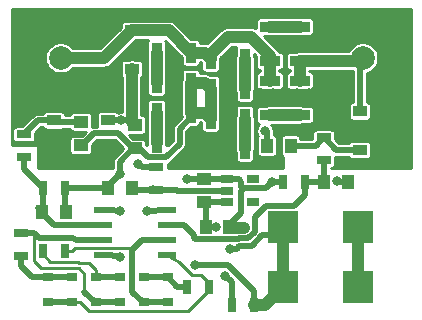
<source format=gtl>
G04 #@! TF.GenerationSoftware,KiCad,Pcbnew,5.1.5+dfsg1-2*
G04 #@! TF.CreationDate,2020-03-14T19:30:29+01:00*
G04 #@! TF.ProjectId,BlinkySWR-0.2-S,426c696e-6b79-4535-9752-2d302e322d53,rev?*
G04 #@! TF.SameCoordinates,Original*
G04 #@! TF.FileFunction,Copper,L1,Top*
G04 #@! TF.FilePolarity,Positive*
%FSLAX46Y46*%
G04 Gerber Fmt 4.6, Leading zero omitted, Abs format (unit mm)*
G04 Created by KiCad (PCBNEW 5.1.5+dfsg1-2) date 2020-03-14 19:30:29*
%MOMM*%
%LPD*%
G04 APERTURE LIST*
%ADD10R,1.700000X0.900000*%
%ADD11R,0.900000X1.700000*%
%ADD12R,1.550000X0.600000*%
%ADD13R,2.550000X2.700000*%
%ADD14C,2.500000*%
%ADD15C,2.000000*%
%ADD16R,1.000000X1.250000*%
%ADD17R,0.900000X0.800000*%
%ADD18R,1.060000X0.650000*%
%ADD19R,0.700000X1.300000*%
%ADD20R,1.300000X0.700000*%
%ADD21R,1.220000X0.910000*%
%ADD22R,1.250000X1.000000*%
%ADD23C,0.800000*%
%ADD24C,0.500000*%
%ADD25C,1.000000*%
%ADD26C,0.250000*%
%ADD27C,0.254000*%
G04 APERTURE END LIST*
D10*
X29210000Y13642000D03*
X29210000Y10742000D03*
X29210000Y6170000D03*
X29210000Y9070000D03*
D11*
X27104000Y5842000D03*
X24204000Y5842000D03*
X19632000Y11430000D03*
X22532000Y11430000D03*
X19632000Y6350000D03*
X22532000Y6350000D03*
X27104000Y10922000D03*
X24204000Y10922000D03*
D12*
X20480000Y-1919000D03*
X20480000Y-3189000D03*
X20480000Y-4459000D03*
X20480000Y-5729000D03*
X15080000Y-5729000D03*
X15080000Y-4459000D03*
X15080000Y-3189000D03*
X15080000Y-1919000D03*
D13*
X30353000Y-8382000D03*
X36703000Y-8382000D03*
X30353000Y-3302000D03*
X36703000Y-3302000D03*
D14*
X39624000Y8460000D03*
X34544000Y8460000D03*
X39624000Y13540000D03*
X34544000Y13540000D03*
D15*
X37084000Y11000000D03*
D14*
X8960000Y13540000D03*
X14040000Y13540000D03*
X8960000Y8460000D03*
X14040000Y8460000D03*
D15*
X11500000Y11000000D03*
D16*
X23778000Y-3302000D03*
X25778000Y-3302000D03*
D10*
X31750000Y10742000D03*
X31750000Y13642000D03*
X31750000Y9070000D03*
X31750000Y6170000D03*
D11*
X24204000Y3302000D03*
X27104000Y3302000D03*
X19632000Y8890000D03*
X22532000Y8890000D03*
X27104000Y8382000D03*
X24204000Y8382000D03*
X22532000Y3810000D03*
X19632000Y3810000D03*
D17*
X20570000Y-7600000D03*
X20570000Y-9700000D03*
X18538000Y-9700000D03*
X18538000Y-7600000D03*
X16506000Y-7600000D03*
X16506000Y-9700000D03*
X14474000Y-9700000D03*
X14474000Y-7600000D03*
X12442000Y-7600000D03*
X12442000Y-9700000D03*
X10410000Y-9700000D03*
X10410000Y-7600000D03*
D18*
X27774000Y710000D03*
X27774000Y-1190000D03*
X25574000Y-1190000D03*
X25574000Y-240000D03*
X25574000Y710000D03*
D19*
X30292000Y508000D03*
X32192000Y508000D03*
D20*
X33782000Y2352000D03*
X33782000Y4252000D03*
D19*
X27874000Y-9906000D03*
X25974000Y-9906000D03*
X11872000Y0D03*
X9972000Y0D03*
D20*
X8382000Y2606000D03*
X8382000Y4506000D03*
X19558000Y1712000D03*
X19558000Y-188000D03*
D19*
X22164000Y-8382000D03*
X24064000Y-8382000D03*
X9972000Y-5334000D03*
X11872000Y-5334000D03*
D20*
X8128000Y-5776000D03*
X8128000Y-3876000D03*
D21*
X36830000Y6461000D03*
X36830000Y3191000D03*
X15494000Y2429000D03*
X15494000Y5699000D03*
X17526000Y13319000D03*
X17526000Y10049000D03*
X10922000Y5699000D03*
X10922000Y2429000D03*
D16*
X33798000Y508000D03*
X35798000Y508000D03*
X28972000Y3556000D03*
X30972000Y3556000D03*
X9922000Y-2032000D03*
X11922000Y-2032000D03*
D22*
X13208000Y5572000D03*
X13208000Y3572000D03*
X17780000Y5318000D03*
X17780000Y3318000D03*
D16*
X17510000Y0D03*
X15510000Y0D03*
D22*
X23626000Y-1240000D03*
X23626000Y760000D03*
D23*
X24677998Y-3327400D03*
X22860000Y-6527800D03*
X25831800Y-5181600D03*
X18796000Y-1955800D03*
X27025600Y-3378200D03*
X22199600Y762000D03*
X16510000Y1125000D03*
X34874200Y533400D03*
X29442000Y508000D03*
X36703000Y-5765800D03*
X16560800Y-5842000D03*
X28803600Y4826000D03*
X23241000Y6350000D03*
X18034000Y2032000D03*
X16653000Y5699000D03*
X25435635Y-7449021D03*
X16560800Y-1981200D03*
X11508000Y3484000D03*
X10508000Y3484000D03*
X12508000Y1984000D03*
X13508000Y1984000D03*
X15008000Y3484000D03*
X16008000Y3484000D03*
X11000000Y14000000D03*
X12000000Y14000000D03*
X8500000Y11500000D03*
X8500000Y10500000D03*
X11000000Y8000000D03*
X12000000Y8000000D03*
X16000000Y9500000D03*
X17500000Y11500000D03*
X18500000Y11500000D03*
X17000000Y14500000D03*
X16000000Y14500000D03*
X18000000Y14500000D03*
X19000000Y14500000D03*
X20000000Y14500000D03*
X21000000Y14500000D03*
X22000000Y14000000D03*
X21000000Y11000000D03*
X21000000Y9500000D03*
X21000000Y8000000D03*
X21000000Y6500000D03*
X27500000Y14000000D03*
X26500000Y14000000D03*
X25500000Y14000000D03*
X24500000Y13500000D03*
X23500000Y13000000D03*
X30500000Y12000000D03*
X31500000Y12000000D03*
X32500000Y12000000D03*
X33500000Y12000000D03*
X29500000Y12500000D03*
X36500000Y13000000D03*
X37500000Y13000000D03*
X39000000Y11500000D03*
X39000000Y10500000D03*
X32500000Y8000000D03*
X31500000Y8000000D03*
X30500000Y8000000D03*
X29500000Y8000000D03*
X28500000Y8000000D03*
X26000000Y11500000D03*
X25500000Y10500000D03*
X25500000Y9500000D03*
X25500000Y8500000D03*
X25500000Y7500000D03*
X22707600Y13436600D03*
D24*
X23676000Y-1190000D02*
X23626000Y-1240000D01*
X25574000Y-1190000D02*
X23676000Y-1190000D01*
X23778000Y-1392000D02*
X23626000Y-1240000D01*
X23778000Y-3302000D02*
X23778000Y-1392000D01*
X23803400Y-3327400D02*
X23778000Y-3302000D01*
X24677998Y-3327400D02*
X23803400Y-3327400D01*
D25*
X30353000Y-3302000D02*
X30353000Y-8382000D01*
X28829000Y-9906000D02*
X30353000Y-8382000D01*
X27874000Y-9906000D02*
X28829000Y-9906000D01*
D24*
X25645800Y-6527800D02*
X23425685Y-6527800D01*
X23425685Y-6527800D02*
X22860000Y-6527800D01*
X27874000Y-8756000D02*
X25645800Y-6527800D01*
X27874000Y-9906000D02*
X27874000Y-8756000D01*
X26397485Y-5181600D02*
X25831800Y-5181600D01*
X30353000Y-3302000D02*
X29634761Y-4020239D01*
X26602073Y-4977012D02*
X26397485Y-5181600D01*
X28575621Y-4020239D02*
X27667639Y-4928221D01*
X29634761Y-4020239D02*
X28575621Y-4020239D01*
X27667639Y-4928221D02*
X26916035Y-4928221D01*
X26916035Y-4928221D02*
X26867244Y-4977012D01*
X26867244Y-4977012D02*
X26602073Y-4977012D01*
X18796000Y-1955800D02*
X20480000Y-1919000D01*
X26793999Y520001D02*
X26793999Y24999D01*
X25574000Y710000D02*
X26604000Y710000D01*
X26604000Y710000D02*
X26793999Y520001D01*
X25524000Y760000D02*
X25574000Y710000D01*
X23626000Y760000D02*
X25524000Y760000D01*
X26793999Y-282401D02*
X26947699Y-128701D01*
X26793999Y-2161001D02*
X26793999Y-282401D01*
X25778000Y-3177000D02*
X26793999Y-2161001D01*
X25778000Y-3302000D02*
X25778000Y-3177000D01*
X26793999Y24999D02*
X26947699Y-128701D01*
D25*
X25854200Y-3378200D02*
X25778000Y-3302000D01*
X27025600Y-3378200D02*
X25854200Y-3378200D01*
D24*
X29442000Y508000D02*
X30292000Y508000D01*
X28868999Y-65001D02*
X29442000Y508000D01*
X26883999Y-65001D02*
X28868999Y-65001D01*
X26793999Y24999D02*
X26883999Y-65001D01*
X11872000Y0D02*
X15510000Y0D01*
X11872000Y-1982000D02*
X11922000Y-2032000D01*
X11872000Y0D02*
X11872000Y-1982000D01*
X22201600Y760000D02*
X22199600Y762000D01*
X23626000Y760000D02*
X22201600Y760000D01*
X16510000Y1125000D02*
X15510000Y125000D01*
X15510000Y125000D02*
X15510000Y0D01*
X35798000Y508000D02*
X34899600Y508000D01*
X34899600Y508000D02*
X34874200Y533400D01*
D25*
X36703000Y-3302000D02*
X36703000Y-5765800D01*
X36703000Y-5765800D02*
X36703000Y-8382000D01*
D24*
X15685800Y-5729000D02*
X15080000Y-5729000D01*
X16560800Y-5842000D02*
X15685800Y-5729000D01*
X16510000Y2173000D02*
X17655000Y3318000D01*
X16510000Y1125000D02*
X16510000Y2173000D01*
X14358400Y4597400D02*
X16179800Y4597400D01*
X13208000Y3572000D02*
X13333000Y3572000D01*
X13333000Y3572000D02*
X14358400Y4597400D01*
X17655000Y3318000D02*
X17780000Y3318000D01*
X16375600Y4597400D02*
X17655000Y3318000D01*
X16179800Y4597400D02*
X16375600Y4597400D01*
D25*
X22532000Y8890000D02*
X22532000Y6350000D01*
X23696000Y8890000D02*
X24204000Y8382000D01*
X22532000Y8890000D02*
X23696000Y8890000D01*
X23696000Y6350000D02*
X24204000Y5842000D01*
X22532000Y6350000D02*
X23696000Y6350000D01*
D24*
X21582000Y5000000D02*
X22532000Y5950000D01*
X22532000Y5950000D02*
X22532000Y6350000D01*
X21582000Y3739998D02*
X21582000Y5000000D01*
X20402001Y2559999D02*
X21582000Y3739998D01*
X18861999Y2559999D02*
X20402001Y2559999D01*
X18103998Y3318000D02*
X18861999Y2559999D01*
X17780000Y3318000D02*
X18103998Y3318000D01*
X24204000Y7186000D02*
X24278000Y7112000D01*
D25*
X24204000Y5842000D02*
X24204000Y7186000D01*
X24204000Y7186000D02*
X24204000Y8382000D01*
D24*
X28972000Y3556000D02*
X28972000Y4657600D01*
X28972000Y4657600D02*
X28803600Y4826000D01*
X21388000Y-240000D02*
X21336000Y-188000D01*
X25574000Y-240000D02*
X21388000Y-240000D01*
X19476000Y-188000D02*
X19288000Y0D01*
X21336000Y-188000D02*
X19476000Y-188000D01*
X17698000Y-188000D02*
X17510000Y0D01*
X19558000Y-188000D02*
X17698000Y-188000D01*
X17399000Y5699000D02*
X17780000Y5318000D01*
X15494000Y5699000D02*
X17399000Y5699000D01*
X19558000Y1712000D02*
X18354000Y1712000D01*
X18354000Y1712000D02*
X18034000Y2032000D01*
D25*
X17526000Y5572000D02*
X17780000Y5318000D01*
X17526000Y10049000D02*
X17526000Y5572000D01*
D24*
X13081000Y5572000D02*
X12954000Y5699000D01*
X11049000Y5572000D02*
X10922000Y5699000D01*
X13208000Y5572000D02*
X11049000Y5572000D01*
X9575000Y5699000D02*
X8382000Y4506000D01*
X10922000Y5699000D02*
X9575000Y5699000D01*
X9602000Y-1712000D02*
X9922000Y-2032000D01*
X9972000Y-1982000D02*
X9922000Y-2032000D01*
X9972000Y0D02*
X9972000Y-1982000D01*
X8382000Y1590000D02*
X9972000Y0D01*
X8382000Y2606000D02*
X8382000Y1590000D01*
X9922000Y-2149600D02*
X9922000Y-2032000D01*
X10961400Y-3189000D02*
X9922000Y-2149600D01*
X14130000Y-3189000D02*
X10961400Y-3189000D01*
X14130000Y-3189000D02*
X15080000Y-3189000D01*
X33086000Y3556000D02*
X33782000Y4252000D01*
X30972000Y3556000D02*
X33086000Y3556000D01*
X34843000Y3191000D02*
X33782000Y4252000D01*
X36830000Y3191000D02*
X34843000Y3191000D01*
X22767000Y-4226002D02*
X22917999Y-4377001D01*
X22767000Y-3989000D02*
X22767000Y-4226002D01*
X21967000Y-3189000D02*
X22767000Y-3989000D01*
X21492000Y-3189000D02*
X21967000Y-3189000D01*
X32192000Y508000D02*
X33798000Y508000D01*
X26598001Y-4327001D02*
X26646792Y-4278210D01*
X32192000Y-642000D02*
X32192000Y508000D01*
X22867999Y-4327001D02*
X26598001Y-4327001D01*
X27925610Y-2488191D02*
X28879800Y-1534001D01*
X22767000Y-4226002D02*
X22867999Y-4327001D01*
X26646792Y-4278210D02*
X27398396Y-4278210D01*
X28879800Y-1534001D02*
X31299999Y-1534001D01*
X27925610Y-3750996D02*
X27925610Y-2488191D01*
X27398396Y-4278210D02*
X27925610Y-3750996D01*
X31299999Y-1534001D02*
X32192000Y-642000D01*
X21492000Y-3189000D02*
X20480000Y-3189000D01*
X33782000Y524000D02*
X33798000Y508000D01*
X33782000Y2352000D02*
X33782000Y524000D01*
X10410000Y-9700000D02*
X12442000Y-9700000D01*
X10360000Y-9700000D02*
X10410000Y-9700000D01*
X12442000Y-9700000D02*
X12492000Y-9700000D01*
D26*
X24064000Y-8682000D02*
X24064000Y-8382000D01*
X22320999Y-10425001D02*
X24064000Y-8682000D01*
X13867001Y-10425001D02*
X22320999Y-10425001D01*
X13142000Y-9700000D02*
X13867001Y-10425001D01*
X12442000Y-9700000D02*
X13142000Y-9700000D01*
X21492000Y-6279000D02*
X20480000Y-5729000D01*
X22619999Y-7406999D02*
X21492000Y-6279000D01*
X24064000Y-8382000D02*
X24064000Y-8082000D01*
X23388999Y-7406999D02*
X22619999Y-7406999D01*
X24064000Y-8082000D02*
X23388999Y-7406999D01*
D24*
X12442000Y-7600000D02*
X10410000Y-7600000D01*
X9460000Y-7600000D02*
X10410000Y-7600000D01*
X9102000Y-7600000D02*
X9460000Y-7600000D01*
X8128000Y-6626000D02*
X9102000Y-7600000D01*
X8128000Y-5776000D02*
X8128000Y-6626000D01*
X14540000Y-7534000D02*
X14474000Y-7600000D01*
X14474000Y-7600000D02*
X16506000Y-7600000D01*
D26*
X14474000Y-6950000D02*
X14474000Y-7600000D01*
X9972000Y-5334000D02*
X9972000Y-5634000D01*
X10647001Y-6309001D02*
X12949999Y-6309001D01*
X9972000Y-5634000D02*
X10647001Y-6309001D01*
X12949999Y-6309001D02*
X13019999Y-6379001D01*
X13019999Y-6379001D02*
X13903001Y-6379001D01*
X13903001Y-6379001D02*
X14474000Y-6950000D01*
D24*
X20504000Y-7534000D02*
X20570000Y-7600000D01*
X20570000Y-7600000D02*
X18538000Y-7600000D01*
X21352000Y-8382000D02*
X20570000Y-7600000D01*
X22164000Y-8382000D02*
X21352000Y-8382000D01*
D25*
X20643000Y13319000D02*
X22532000Y11430000D01*
X17526000Y13319000D02*
X20643000Y13319000D01*
X23696000Y11430000D02*
X24204000Y10922000D01*
X22532000Y11430000D02*
X23696000Y11430000D01*
X29210000Y10742000D02*
X29210000Y9070000D01*
X25654000Y12772000D02*
X24204000Y11322000D01*
X27609998Y12772000D02*
X25654000Y12772000D01*
X29210000Y11171998D02*
X27609998Y12772000D01*
X24204000Y11322000D02*
X24204000Y10922000D01*
X29210000Y10742000D02*
X29210000Y11171998D01*
X15207000Y11000000D02*
X17526000Y13319000D01*
X11500000Y11000000D02*
X15207000Y11000000D01*
X31750000Y10742000D02*
X31750000Y9070000D01*
X36826000Y10742000D02*
X37084000Y11000000D01*
X31750000Y10742000D02*
X36826000Y10742000D01*
D24*
X36830000Y10746000D02*
X37084000Y11000000D01*
X36830000Y6461000D02*
X36830000Y10746000D01*
X25974000Y-7987386D02*
X25835634Y-7849020D01*
X25835634Y-7849020D02*
X25435635Y-7449021D01*
X25974000Y-9906000D02*
X25974000Y-7987386D01*
X16560800Y-1981200D02*
X15685800Y-1919000D01*
X15685800Y-1919000D02*
X15080000Y-1919000D01*
X14474000Y-9700000D02*
X16506000Y-9700000D01*
X13524000Y-8800000D02*
X14424000Y-9700000D01*
X14424000Y-9700000D02*
X14474000Y-9700000D01*
X16484600Y-9678600D02*
X16506000Y-9700000D01*
X9278000Y-3876000D02*
X8128000Y-3876000D01*
D26*
X9278000Y-6225002D02*
X9278000Y-3876000D01*
D24*
X9635999Y-4233999D02*
X9278000Y-3876000D01*
D26*
X13524000Y-7286410D02*
X13066602Y-6829012D01*
X13066602Y-6829012D02*
X12168010Y-6829012D01*
X13524000Y-8800000D02*
X13524000Y-7286410D01*
D24*
X12780000Y-4459000D02*
X14130000Y-4459000D01*
X12554999Y-4233999D02*
X12780000Y-4459000D01*
X9635999Y-4233999D02*
X12554999Y-4233999D01*
D26*
X9882010Y-6829012D02*
X9278000Y-6225002D01*
X12168010Y-6829012D02*
X9882010Y-6829012D01*
D24*
X14130000Y-4459000D02*
X15080000Y-4459000D01*
X18538000Y-9700000D02*
X20570000Y-9700000D01*
X11872000Y-5334000D02*
X11872000Y-5634000D01*
X17576800Y-7010798D02*
X17576800Y-5294204D01*
X17588000Y-7021998D02*
X17576800Y-7010798D01*
X18538000Y-9700000D02*
X18488000Y-9700000D01*
X17588000Y-8800000D02*
X17588000Y-7021998D01*
X18488000Y-9700000D02*
X17588000Y-8800000D01*
D26*
X17366597Y-5084001D02*
X17576800Y-5294204D01*
X12721999Y-5084001D02*
X17366597Y-5084001D01*
X11872000Y-5334000D02*
X12472000Y-5334000D01*
X12472000Y-5334000D02*
X12721999Y-5084001D01*
D24*
X18412004Y-4459000D02*
X20480000Y-4459000D01*
X17576800Y-5294204D02*
X18412004Y-4459000D01*
D25*
X19632000Y6350000D02*
X19632000Y3810000D01*
X27104000Y8382000D02*
X27104000Y10922000D01*
X19632000Y11430000D02*
X19632000Y8890000D01*
X27104000Y5842000D02*
X27104000Y3302000D01*
X29210000Y6170000D02*
X31750000Y6170000D01*
X29210000Y13642000D02*
X31750000Y13642000D01*
D27*
G36*
X41148000Y1627000D02*
G01*
X34359000Y1627000D01*
X34359000Y1673418D01*
X34432000Y1673418D01*
X34496103Y1679732D01*
X34557743Y1698430D01*
X34614550Y1728794D01*
X34664343Y1769657D01*
X34705206Y1819450D01*
X34735570Y1876257D01*
X34754268Y1937897D01*
X34760582Y2002000D01*
X34760582Y2619326D01*
X34843000Y2611209D01*
X34871339Y2614000D01*
X35915295Y2614000D01*
X35916430Y2610257D01*
X35946794Y2553450D01*
X35987657Y2503657D01*
X36037450Y2462794D01*
X36094257Y2432430D01*
X36155897Y2413732D01*
X36220000Y2407418D01*
X37440000Y2407418D01*
X37504103Y2413732D01*
X37565743Y2432430D01*
X37622550Y2462794D01*
X37672343Y2503657D01*
X37713206Y2553450D01*
X37743570Y2610257D01*
X37762268Y2671897D01*
X37768582Y2736000D01*
X37768582Y3646000D01*
X37762268Y3710103D01*
X37743570Y3771743D01*
X37713206Y3828550D01*
X37672343Y3878343D01*
X37622550Y3919206D01*
X37565743Y3949570D01*
X37504103Y3968268D01*
X37440000Y3974582D01*
X36220000Y3974582D01*
X36155897Y3968268D01*
X36094257Y3949570D01*
X36037450Y3919206D01*
X35987657Y3878343D01*
X35946794Y3828550D01*
X35916430Y3771743D01*
X35915295Y3768000D01*
X35082001Y3768000D01*
X34760582Y4089419D01*
X34760582Y4602000D01*
X34754268Y4666103D01*
X34735570Y4727743D01*
X34705206Y4784550D01*
X34664343Y4834343D01*
X34614550Y4875206D01*
X34557743Y4905570D01*
X34496103Y4924268D01*
X34432000Y4930582D01*
X33132000Y4930582D01*
X33067897Y4924268D01*
X33006257Y4905570D01*
X32949450Y4875206D01*
X32899657Y4834343D01*
X32858794Y4784550D01*
X32828430Y4727743D01*
X32809732Y4666103D01*
X32803418Y4602000D01*
X32803418Y4133000D01*
X31800582Y4133000D01*
X31800582Y4181000D01*
X31794268Y4245103D01*
X31775570Y4306743D01*
X31745206Y4363550D01*
X31704343Y4413343D01*
X31654550Y4454206D01*
X31597743Y4484570D01*
X31536103Y4503268D01*
X31472000Y4509582D01*
X30472000Y4509582D01*
X30407897Y4503268D01*
X30346257Y4484570D01*
X30289450Y4454206D01*
X30239657Y4413343D01*
X30198794Y4363550D01*
X30168430Y4306743D01*
X30149732Y4245103D01*
X30143418Y4181000D01*
X30143418Y2931000D01*
X30149732Y2866897D01*
X30168430Y2805257D01*
X30198794Y2748450D01*
X30239657Y2698657D01*
X30289450Y2657794D01*
X30346257Y2627430D01*
X30373000Y2619318D01*
X30373000Y1627000D01*
X20627000Y1627000D01*
X20627000Y2026011D01*
X20724116Y2077920D01*
X20811975Y2150025D01*
X20830040Y2172037D01*
X21969963Y3311960D01*
X21991974Y3330024D01*
X22064079Y3417883D01*
X22103816Y3492226D01*
X22117657Y3518121D01*
X22150651Y3626886D01*
X22161791Y3739998D01*
X22159000Y3768337D01*
X22159000Y4760999D01*
X22569419Y5171418D01*
X22982000Y5171418D01*
X23046103Y5177732D01*
X23107743Y5196430D01*
X23164550Y5226794D01*
X23214343Y5267657D01*
X23255206Y5317450D01*
X23285570Y5374257D01*
X23304268Y5435897D01*
X23310582Y5500000D01*
X23310582Y5523000D01*
X23353447Y5523000D01*
X23425418Y5451028D01*
X23425418Y4992000D01*
X23431732Y4927897D01*
X23450430Y4866257D01*
X23480794Y4809450D01*
X23521657Y4759657D01*
X23571450Y4718794D01*
X23628257Y4688430D01*
X23689897Y4669732D01*
X23754000Y4663418D01*
X24654000Y4663418D01*
X24718103Y4669732D01*
X24779743Y4688430D01*
X24836550Y4718794D01*
X24886343Y4759657D01*
X24927206Y4809450D01*
X24957570Y4866257D01*
X24976268Y4927897D01*
X24982582Y4992000D01*
X24982582Y5559715D01*
X25019034Y5679880D01*
X25031000Y5801376D01*
X25031000Y5801390D01*
X25035000Y5842001D01*
X25031000Y5882612D01*
X25031000Y5882623D01*
X26277000Y5882623D01*
X26277001Y3261376D01*
X26288967Y3139880D01*
X26325418Y3019718D01*
X26325418Y2452000D01*
X26331732Y2387897D01*
X26350430Y2326257D01*
X26380794Y2269450D01*
X26421657Y2219657D01*
X26471450Y2178794D01*
X26528257Y2148430D01*
X26589897Y2129732D01*
X26654000Y2123418D01*
X27554000Y2123418D01*
X27618103Y2129732D01*
X27679743Y2148430D01*
X27736550Y2178794D01*
X27786343Y2219657D01*
X27827206Y2269450D01*
X27857570Y2326257D01*
X27876268Y2387897D01*
X27882582Y2452000D01*
X27882582Y3019715D01*
X27919034Y3139880D01*
X27931000Y3261376D01*
X27931000Y5882624D01*
X27919034Y6004120D01*
X27882582Y6124285D01*
X27882582Y6620000D01*
X28031418Y6620000D01*
X28031418Y5720000D01*
X28037732Y5655897D01*
X28056430Y5594257D01*
X28086794Y5537450D01*
X28127657Y5487657D01*
X28177450Y5446794D01*
X28234257Y5416430D01*
X28295897Y5397732D01*
X28343652Y5393028D01*
X28340164Y5390698D01*
X28238902Y5289436D01*
X28159341Y5170364D01*
X28104538Y5038058D01*
X28076600Y4897603D01*
X28076600Y4754397D01*
X28104538Y4613942D01*
X28159341Y4481636D01*
X28220539Y4390047D01*
X28198794Y4363550D01*
X28168430Y4306743D01*
X28149732Y4245103D01*
X28143418Y4181000D01*
X28143418Y2931000D01*
X28149732Y2866897D01*
X28168430Y2805257D01*
X28198794Y2748450D01*
X28239657Y2698657D01*
X28289450Y2657794D01*
X28346257Y2627430D01*
X28407897Y2608732D01*
X28472000Y2602418D01*
X29472000Y2602418D01*
X29536103Y2608732D01*
X29597743Y2627430D01*
X29654550Y2657794D01*
X29704343Y2698657D01*
X29745206Y2748450D01*
X29775570Y2805257D01*
X29794268Y2866897D01*
X29800582Y2931000D01*
X29800582Y4181000D01*
X29794268Y4245103D01*
X29775570Y4306743D01*
X29745206Y4363550D01*
X29704343Y4413343D01*
X29654550Y4454206D01*
X29597743Y4484570D01*
X29549000Y4499356D01*
X29549000Y4629261D01*
X29551791Y4657600D01*
X29540651Y4770712D01*
X29530600Y4803845D01*
X29530600Y4897603D01*
X29502662Y5038058D01*
X29447859Y5170364D01*
X29368298Y5289436D01*
X29314734Y5343000D01*
X31790624Y5343000D01*
X31912120Y5354966D01*
X32032285Y5391418D01*
X32600000Y5391418D01*
X32664103Y5397732D01*
X32725743Y5416430D01*
X32782550Y5446794D01*
X32832343Y5487657D01*
X32873206Y5537450D01*
X32903570Y5594257D01*
X32922268Y5655897D01*
X32928582Y5720000D01*
X32928582Y6620000D01*
X32922268Y6684103D01*
X32903570Y6745743D01*
X32873206Y6802550D01*
X32832343Y6852343D01*
X32782550Y6893206D01*
X32725743Y6923570D01*
X32664103Y6942268D01*
X32600000Y6948582D01*
X32032285Y6948582D01*
X31912120Y6985034D01*
X31790624Y6997000D01*
X29169376Y6997000D01*
X29047880Y6985034D01*
X28927715Y6948582D01*
X28360000Y6948582D01*
X28295897Y6942268D01*
X28234257Y6923570D01*
X28177450Y6893206D01*
X28127657Y6852343D01*
X28086794Y6802550D01*
X28056430Y6745743D01*
X28037732Y6684103D01*
X28031418Y6620000D01*
X27882582Y6620000D01*
X27882582Y6692000D01*
X27876268Y6756103D01*
X27857570Y6817743D01*
X27827206Y6874550D01*
X27786343Y6924343D01*
X27736550Y6965206D01*
X27679743Y6995570D01*
X27618103Y7014268D01*
X27554000Y7020582D01*
X26654000Y7020582D01*
X26589897Y7014268D01*
X26528257Y6995570D01*
X26471450Y6965206D01*
X26421657Y6924343D01*
X26380794Y6874550D01*
X26350430Y6817743D01*
X26331732Y6756103D01*
X26325418Y6692000D01*
X26325418Y6124284D01*
X26288966Y6004119D01*
X26277000Y5882623D01*
X25031000Y5882623D01*
X25031000Y8341390D01*
X25035000Y8382001D01*
X25031000Y8422612D01*
X25031000Y8422624D01*
X25019034Y8544120D01*
X24982582Y8664285D01*
X24982582Y9232000D01*
X24976268Y9296103D01*
X24957570Y9357743D01*
X24927206Y9414550D01*
X24886343Y9464343D01*
X24836550Y9505206D01*
X24779743Y9535570D01*
X24718103Y9554268D01*
X24654000Y9560582D01*
X24182500Y9560582D01*
X24157679Y9580952D01*
X24014010Y9657745D01*
X23858120Y9705034D01*
X23736624Y9717000D01*
X23736614Y9717000D01*
X23696000Y9721000D01*
X23655386Y9717000D01*
X23310582Y9717000D01*
X23310582Y9740000D01*
X23304268Y9804103D01*
X23285570Y9865743D01*
X23255206Y9922550D01*
X23214343Y9972343D01*
X23164550Y10013206D01*
X23107743Y10043570D01*
X23046103Y10062268D01*
X22982000Y10068582D01*
X22082000Y10068582D01*
X22017897Y10062268D01*
X21956257Y10043570D01*
X21899450Y10013206D01*
X21849657Y9972343D01*
X21808794Y9922550D01*
X21778430Y9865743D01*
X21759732Y9804103D01*
X21753418Y9740000D01*
X21753418Y9172285D01*
X21716966Y9052120D01*
X21700999Y8890000D01*
X21705000Y8849376D01*
X21705001Y6390634D01*
X21700999Y6350000D01*
X21716966Y6187880D01*
X21753418Y6067715D01*
X21753418Y5987419D01*
X21194034Y5428035D01*
X21172027Y5409974D01*
X21153966Y5387967D01*
X21153963Y5387964D01*
X21147691Y5380321D01*
X21099922Y5322115D01*
X21048973Y5226794D01*
X21046344Y5221876D01*
X21013349Y5113111D01*
X21002210Y5000000D01*
X21005001Y4971659D01*
X21005000Y3978999D01*
X20601523Y3575522D01*
X20589803Y3589803D01*
X20570557Y3605597D01*
X20548601Y3617333D01*
X20524776Y3624560D01*
X20500000Y3627000D01*
X20440700Y3627000D01*
X20447034Y3647880D01*
X20459000Y3769376D01*
X20459000Y6390624D01*
X20447034Y6512120D01*
X20410582Y6632285D01*
X20410582Y7200000D01*
X20404268Y7264103D01*
X20385570Y7325743D01*
X20355206Y7382550D01*
X20314343Y7432343D01*
X20264550Y7473206D01*
X20207743Y7503570D01*
X20146103Y7522268D01*
X20082000Y7528582D01*
X19182000Y7528582D01*
X19117897Y7522268D01*
X19056257Y7503570D01*
X18999450Y7473206D01*
X18949657Y7432343D01*
X18908794Y7382550D01*
X18878430Y7325743D01*
X18859732Y7264103D01*
X18853418Y7200000D01*
X18853418Y6632284D01*
X18816966Y6512119D01*
X18805000Y6390623D01*
X18805001Y3769376D01*
X18816967Y3647880D01*
X18823301Y3627000D01*
X18733582Y3627000D01*
X18733582Y3818000D01*
X18727268Y3882103D01*
X18708570Y3943743D01*
X18678206Y4000550D01*
X18637343Y4050343D01*
X18587550Y4091206D01*
X18530743Y4121570D01*
X18469103Y4140268D01*
X18405000Y4146582D01*
X17642419Y4146582D01*
X17299583Y4489418D01*
X17755448Y4489418D01*
X17779999Y4487000D01*
X17804550Y4489418D01*
X18405000Y4489418D01*
X18469103Y4495732D01*
X18530743Y4514430D01*
X18587550Y4544794D01*
X18637343Y4585657D01*
X18678206Y4635450D01*
X18708570Y4692257D01*
X18727268Y4753897D01*
X18733582Y4818000D01*
X18733582Y5818000D01*
X18727268Y5882103D01*
X18708570Y5943743D01*
X18678206Y6000550D01*
X18637343Y6050343D01*
X18587550Y6091206D01*
X18530743Y6121570D01*
X18469103Y6140268D01*
X18405000Y6146582D01*
X18353000Y6146582D01*
X18353000Y9349066D01*
X18368343Y9361657D01*
X18409206Y9411450D01*
X18439570Y9468257D01*
X18458268Y9529897D01*
X18464582Y9594000D01*
X18464582Y10504000D01*
X18458268Y10568103D01*
X18439570Y10629743D01*
X18409206Y10686550D01*
X18368343Y10736343D01*
X18318550Y10777206D01*
X18261743Y10807570D01*
X18200103Y10826268D01*
X18136000Y10832582D01*
X17791802Y10832582D01*
X17688119Y10864034D01*
X17526000Y10880001D01*
X17363880Y10864034D01*
X17260197Y10832582D01*
X16916000Y10832582D01*
X16851897Y10826268D01*
X16790257Y10807570D01*
X16733450Y10777206D01*
X16683657Y10736343D01*
X16642794Y10686550D01*
X16612430Y10629743D01*
X16593732Y10568103D01*
X16587418Y10504000D01*
X16587418Y9594000D01*
X16593732Y9529897D01*
X16612430Y9468257D01*
X16642794Y9411450D01*
X16683657Y9361657D01*
X16699000Y9349066D01*
X16699001Y6426000D01*
X16581397Y6426000D01*
X16440942Y6398062D01*
X16355701Y6362754D01*
X16336343Y6386343D01*
X16286550Y6427206D01*
X16229743Y6457570D01*
X16168103Y6476268D01*
X16104000Y6482582D01*
X14884000Y6482582D01*
X14819897Y6476268D01*
X14758257Y6457570D01*
X14701450Y6427206D01*
X14651657Y6386343D01*
X14610794Y6336550D01*
X14580430Y6279743D01*
X14561732Y6218103D01*
X14555418Y6154000D01*
X14555418Y5244000D01*
X14561732Y5179897D01*
X14563399Y5174400D01*
X14386739Y5174400D01*
X14358400Y5177191D01*
X14245288Y5166051D01*
X14161582Y5140659D01*
X14161582Y6072000D01*
X14155268Y6136103D01*
X14136570Y6197743D01*
X14106206Y6254550D01*
X14065343Y6304343D01*
X14015550Y6345206D01*
X13958743Y6375570D01*
X13897103Y6394268D01*
X13833000Y6400582D01*
X12583000Y6400582D01*
X12518897Y6394268D01*
X12457257Y6375570D01*
X12400450Y6345206D01*
X12350657Y6304343D01*
X12309794Y6254550D01*
X12279430Y6197743D01*
X12264644Y6149000D01*
X11860582Y6149000D01*
X11860582Y6154000D01*
X11854268Y6218103D01*
X11835570Y6279743D01*
X11805206Y6336550D01*
X11764343Y6386343D01*
X11714550Y6427206D01*
X11657743Y6457570D01*
X11596103Y6476268D01*
X11532000Y6482582D01*
X10312000Y6482582D01*
X10247897Y6476268D01*
X10186257Y6457570D01*
X10129450Y6427206D01*
X10079657Y6386343D01*
X10038794Y6336550D01*
X10008430Y6279743D01*
X10007295Y6276000D01*
X9603331Y6276000D01*
X9575000Y6278790D01*
X9546669Y6276000D01*
X9546664Y6276000D01*
X9519886Y6273363D01*
X9461888Y6267651D01*
X9397782Y6248204D01*
X9353124Y6234657D01*
X9252885Y6181079D01*
X9165026Y6108974D01*
X9146961Y6086962D01*
X8244581Y5184582D01*
X7732000Y5184582D01*
X7667897Y5178268D01*
X7606257Y5159570D01*
X7549450Y5129206D01*
X7499657Y5088343D01*
X7458794Y5038550D01*
X7428430Y4981743D01*
X7409732Y4920103D01*
X7403418Y4856000D01*
X7403418Y4156000D01*
X7409732Y4091897D01*
X7428430Y4030257D01*
X7458794Y3973450D01*
X7499657Y3923657D01*
X7549450Y3882794D01*
X7606257Y3852430D01*
X7667897Y3833732D01*
X7732000Y3827418D01*
X9032000Y3827418D01*
X9096103Y3833732D01*
X9157743Y3852430D01*
X9214550Y3882794D01*
X9264343Y3923657D01*
X9305206Y3973450D01*
X9335570Y4030257D01*
X9354268Y4091897D01*
X9360582Y4156000D01*
X9360582Y4668581D01*
X9814001Y5122000D01*
X10007295Y5122000D01*
X10008430Y5118257D01*
X10038794Y5061450D01*
X10079657Y5011657D01*
X10129450Y4970794D01*
X10186257Y4940430D01*
X10247897Y4921732D01*
X10312000Y4915418D01*
X11532000Y4915418D01*
X11596103Y4921732D01*
X11657743Y4940430D01*
X11714550Y4970794D01*
X11744046Y4995000D01*
X12264644Y4995000D01*
X12279430Y4946257D01*
X12309794Y4889450D01*
X12350657Y4839657D01*
X12400450Y4798794D01*
X12457257Y4768430D01*
X12518897Y4749732D01*
X12583000Y4743418D01*
X13688417Y4743418D01*
X13345581Y4400582D01*
X12583000Y4400582D01*
X12518897Y4394268D01*
X12457257Y4375570D01*
X12400450Y4345206D01*
X12350657Y4304343D01*
X12309794Y4254550D01*
X12279430Y4197743D01*
X12260732Y4136103D01*
X12254418Y4072000D01*
X12254418Y3072000D01*
X12260732Y3007897D01*
X12279430Y2946257D01*
X12309794Y2889450D01*
X12350657Y2839657D01*
X12400450Y2798794D01*
X12457257Y2768430D01*
X12518897Y2749732D01*
X12583000Y2743418D01*
X13833000Y2743418D01*
X13897103Y2749732D01*
X13958743Y2768430D01*
X14015550Y2798794D01*
X14065343Y2839657D01*
X14106206Y2889450D01*
X14136570Y2946257D01*
X14155268Y3007897D01*
X14161582Y3072000D01*
X14161582Y3584581D01*
X14597401Y4020400D01*
X16136599Y4020400D01*
X16826418Y3330581D01*
X16826418Y3305419D01*
X16122034Y2601035D01*
X16100027Y2582974D01*
X16081966Y2560967D01*
X16081963Y2560964D01*
X16068693Y2544794D01*
X16027922Y2495115D01*
X16009173Y2460037D01*
X15974344Y2394876D01*
X15941349Y2286111D01*
X15930210Y2173000D01*
X15933001Y2144659D01*
X15933000Y1627000D01*
X9627000Y1627000D01*
X9627000Y3500000D01*
X9624560Y3524776D01*
X9617333Y3548601D01*
X9605597Y3570557D01*
X9589803Y3589803D01*
X9570557Y3605597D01*
X9548601Y3617333D01*
X9524776Y3624560D01*
X9500000Y3627000D01*
X7352000Y3627000D01*
X7352000Y11130698D01*
X10173000Y11130698D01*
X10173000Y10869302D01*
X10223996Y10612928D01*
X10324028Y10371430D01*
X10469252Y10154087D01*
X10654087Y9969252D01*
X10871430Y9824028D01*
X11112928Y9723996D01*
X11369302Y9673000D01*
X11630698Y9673000D01*
X11887072Y9723996D01*
X12128570Y9824028D01*
X12345913Y9969252D01*
X12530748Y10154087D01*
X12543385Y10173000D01*
X15166386Y10173000D01*
X15207000Y10169000D01*
X15247614Y10173000D01*
X15247624Y10173000D01*
X15369120Y10184966D01*
X15525010Y10232255D01*
X15668679Y10309048D01*
X15794606Y10412394D01*
X15820505Y10443952D01*
X17868554Y12492000D01*
X18932962Y12492000D01*
X18908794Y12462550D01*
X18878430Y12405743D01*
X18859732Y12344103D01*
X18853418Y12280000D01*
X18853418Y11712284D01*
X18816966Y11592119D01*
X18805000Y11470623D01*
X18805001Y8849376D01*
X18816967Y8727880D01*
X18853418Y8607718D01*
X18853418Y8040000D01*
X18859732Y7975897D01*
X18878430Y7914257D01*
X18908794Y7857450D01*
X18949657Y7807657D01*
X18999450Y7766794D01*
X19056257Y7736430D01*
X19117897Y7717732D01*
X19182000Y7711418D01*
X20082000Y7711418D01*
X20146103Y7717732D01*
X20207743Y7736430D01*
X20264550Y7766794D01*
X20314343Y7807657D01*
X20355206Y7857450D01*
X20385570Y7914257D01*
X20404268Y7975897D01*
X20410582Y8040000D01*
X20410582Y8607715D01*
X20447034Y8727880D01*
X20459000Y8849376D01*
X20459000Y11470624D01*
X20447034Y11592120D01*
X20410582Y11712285D01*
X20410582Y12280000D01*
X20404268Y12344103D01*
X20385570Y12405743D01*
X20384268Y12408178D01*
X21753418Y11039027D01*
X21753418Y10580000D01*
X21759732Y10515897D01*
X21778430Y10454257D01*
X21808794Y10397450D01*
X21849657Y10347657D01*
X21899450Y10306794D01*
X21956257Y10276430D01*
X22017897Y10257732D01*
X22082000Y10251418D01*
X22982000Y10251418D01*
X23046103Y10257732D01*
X23107743Y10276430D01*
X23164550Y10306794D01*
X23214343Y10347657D01*
X23255206Y10397450D01*
X23285570Y10454257D01*
X23304268Y10515897D01*
X23310582Y10580000D01*
X23310582Y10603000D01*
X23353447Y10603000D01*
X23425418Y10531028D01*
X23425418Y10072000D01*
X23431732Y10007897D01*
X23450430Y9946257D01*
X23480794Y9889450D01*
X23521657Y9839657D01*
X23571450Y9798794D01*
X23628257Y9768430D01*
X23689897Y9749732D01*
X23754000Y9743418D01*
X24654000Y9743418D01*
X24718103Y9749732D01*
X24779743Y9768430D01*
X24836550Y9798794D01*
X24886343Y9839657D01*
X24927206Y9889450D01*
X24957570Y9946257D01*
X24976268Y10007897D01*
X24982582Y10072000D01*
X24982582Y10639715D01*
X25019034Y10759880D01*
X25031000Y10881377D01*
X25031000Y10881390D01*
X25035000Y10922001D01*
X25031000Y10962612D01*
X25031000Y10979447D01*
X25996555Y11945000D01*
X26375689Y11945000D01*
X26350430Y11897743D01*
X26331732Y11836103D01*
X26325418Y11772000D01*
X26325418Y11204282D01*
X26288967Y11084120D01*
X26277001Y10962624D01*
X26277000Y8341377D01*
X26288966Y8219881D01*
X26325418Y8099716D01*
X26325418Y7532000D01*
X26331732Y7467897D01*
X26350430Y7406257D01*
X26380794Y7349450D01*
X26421657Y7299657D01*
X26471450Y7258794D01*
X26528257Y7228430D01*
X26589897Y7209732D01*
X26654000Y7203418D01*
X27554000Y7203418D01*
X27618103Y7209732D01*
X27679743Y7228430D01*
X27736550Y7258794D01*
X27786343Y7299657D01*
X27827206Y7349450D01*
X27857570Y7406257D01*
X27876268Y7467897D01*
X27882582Y7532000D01*
X27882582Y8099715D01*
X27919034Y8219880D01*
X27931000Y8341376D01*
X27931000Y10962624D01*
X27919034Y11084120D01*
X27882582Y11204285D01*
X27882582Y11329862D01*
X28031418Y11181026D01*
X28031418Y10292000D01*
X28037732Y10227897D01*
X28056430Y10166257D01*
X28086794Y10109450D01*
X28127657Y10059657D01*
X28177450Y10018794D01*
X28234257Y9988430D01*
X28295897Y9969732D01*
X28360000Y9963418D01*
X28383000Y9963418D01*
X28383001Y9848582D01*
X28360000Y9848582D01*
X28295897Y9842268D01*
X28234257Y9823570D01*
X28177450Y9793206D01*
X28127657Y9752343D01*
X28086794Y9702550D01*
X28056430Y9645743D01*
X28037732Y9584103D01*
X28031418Y9520000D01*
X28031418Y8620000D01*
X28037732Y8555897D01*
X28056430Y8494257D01*
X28086794Y8437450D01*
X28127657Y8387657D01*
X28177450Y8346794D01*
X28234257Y8316430D01*
X28295897Y8297732D01*
X28360000Y8291418D01*
X28927716Y8291418D01*
X29047881Y8254966D01*
X29210000Y8238999D01*
X29372120Y8254966D01*
X29492285Y8291418D01*
X30060000Y8291418D01*
X30124103Y8297732D01*
X30185743Y8316430D01*
X30242550Y8346794D01*
X30292343Y8387657D01*
X30333206Y8437450D01*
X30363570Y8494257D01*
X30382268Y8555897D01*
X30388582Y8620000D01*
X30388582Y9520000D01*
X30382268Y9584103D01*
X30363570Y9645743D01*
X30333206Y9702550D01*
X30292343Y9752343D01*
X30242550Y9793206D01*
X30185743Y9823570D01*
X30124103Y9842268D01*
X30060000Y9848582D01*
X30037000Y9848582D01*
X30037000Y9963418D01*
X30060000Y9963418D01*
X30124103Y9969732D01*
X30185743Y9988430D01*
X30242550Y10018794D01*
X30292343Y10059657D01*
X30333206Y10109450D01*
X30363570Y10166257D01*
X30382268Y10227897D01*
X30388582Y10292000D01*
X30388582Y11192000D01*
X30571418Y11192000D01*
X30571418Y10292000D01*
X30577732Y10227897D01*
X30596430Y10166257D01*
X30626794Y10109450D01*
X30667657Y10059657D01*
X30717450Y10018794D01*
X30774257Y9988430D01*
X30835897Y9969732D01*
X30900000Y9963418D01*
X30923000Y9963418D01*
X30923001Y9848582D01*
X30900000Y9848582D01*
X30835897Y9842268D01*
X30774257Y9823570D01*
X30717450Y9793206D01*
X30667657Y9752343D01*
X30626794Y9702550D01*
X30596430Y9645743D01*
X30577732Y9584103D01*
X30571418Y9520000D01*
X30571418Y8620000D01*
X30577732Y8555897D01*
X30596430Y8494257D01*
X30626794Y8437450D01*
X30667657Y8387657D01*
X30717450Y8346794D01*
X30774257Y8316430D01*
X30835897Y8297732D01*
X30900000Y8291418D01*
X31467716Y8291418D01*
X31587881Y8254966D01*
X31750000Y8238999D01*
X31912120Y8254966D01*
X32032285Y8291418D01*
X32600000Y8291418D01*
X32664103Y8297732D01*
X32725743Y8316430D01*
X32782550Y8346794D01*
X32832343Y8387657D01*
X32873206Y8437450D01*
X32903570Y8494257D01*
X32922268Y8555897D01*
X32928582Y8620000D01*
X32928582Y9520000D01*
X32922268Y9584103D01*
X32903570Y9645743D01*
X32873206Y9702550D01*
X32832343Y9752343D01*
X32782550Y9793206D01*
X32725743Y9823570D01*
X32664103Y9842268D01*
X32600000Y9848582D01*
X32577000Y9848582D01*
X32577000Y9915000D01*
X36253001Y9915000D01*
X36253000Y7244582D01*
X36220000Y7244582D01*
X36155897Y7238268D01*
X36094257Y7219570D01*
X36037450Y7189206D01*
X35987657Y7148343D01*
X35946794Y7098550D01*
X35916430Y7041743D01*
X35897732Y6980103D01*
X35891418Y6916000D01*
X35891418Y6006000D01*
X35897732Y5941897D01*
X35916430Y5880257D01*
X35946794Y5823450D01*
X35987657Y5773657D01*
X36037450Y5732794D01*
X36094257Y5702430D01*
X36155897Y5683732D01*
X36220000Y5677418D01*
X37440000Y5677418D01*
X37504103Y5683732D01*
X37565743Y5702430D01*
X37622550Y5732794D01*
X37672343Y5773657D01*
X37713206Y5823450D01*
X37743570Y5880257D01*
X37762268Y5941897D01*
X37768582Y6006000D01*
X37768582Y6916000D01*
X37762268Y6980103D01*
X37743570Y7041743D01*
X37713206Y7098550D01*
X37672343Y7148343D01*
X37622550Y7189206D01*
X37565743Y7219570D01*
X37504103Y7238268D01*
X37440000Y7244582D01*
X37407000Y7244582D01*
X37407000Y9711251D01*
X37471072Y9723996D01*
X37712570Y9824028D01*
X37929913Y9969252D01*
X38114748Y10154087D01*
X38259972Y10371430D01*
X38360004Y10612928D01*
X38411000Y10869302D01*
X38411000Y11130698D01*
X38360004Y11387072D01*
X38259972Y11628570D01*
X38114748Y11845913D01*
X37929913Y12030748D01*
X37712570Y12175972D01*
X37471072Y12276004D01*
X37214698Y12327000D01*
X36953302Y12327000D01*
X36696928Y12276004D01*
X36455430Y12175972D01*
X36238087Y12030748D01*
X36053252Y11845913D01*
X35908028Y11628570D01*
X35883353Y11569000D01*
X31790624Y11569000D01*
X31750000Y11573001D01*
X31709376Y11569000D01*
X31587880Y11557034D01*
X31467715Y11520582D01*
X30900000Y11520582D01*
X30835897Y11514268D01*
X30774257Y11495570D01*
X30717450Y11465206D01*
X30667657Y11424343D01*
X30626794Y11374550D01*
X30596430Y11317743D01*
X30577732Y11256103D01*
X30571418Y11192000D01*
X30388582Y11192000D01*
X30382268Y11256103D01*
X30363570Y11317743D01*
X30333206Y11374550D01*
X30292343Y11424343D01*
X30242550Y11465206D01*
X30185743Y11495570D01*
X30124103Y11514268D01*
X30060000Y11520582D01*
X29961403Y11520582D01*
X29900952Y11633678D01*
X29823503Y11728050D01*
X29823496Y11728057D01*
X29797606Y11759604D01*
X29766058Y11785495D01*
X28688134Y12863418D01*
X28927715Y12863418D01*
X29047880Y12826966D01*
X29169376Y12815000D01*
X31790624Y12815000D01*
X31912120Y12826966D01*
X32032285Y12863418D01*
X32600000Y12863418D01*
X32664103Y12869732D01*
X32725743Y12888430D01*
X32782550Y12918794D01*
X32832343Y12959657D01*
X32873206Y13009450D01*
X32903570Y13066257D01*
X32922268Y13127897D01*
X32928582Y13192000D01*
X32928582Y14092000D01*
X32922268Y14156103D01*
X32903570Y14217743D01*
X32873206Y14274550D01*
X32832343Y14324343D01*
X32782550Y14365206D01*
X32725743Y14395570D01*
X32664103Y14414268D01*
X32600000Y14420582D01*
X32032285Y14420582D01*
X31912120Y14457034D01*
X31790624Y14469000D01*
X29169376Y14469000D01*
X29047880Y14457034D01*
X28927715Y14420582D01*
X28360000Y14420582D01*
X28295897Y14414268D01*
X28234257Y14395570D01*
X28177450Y14365206D01*
X28127657Y14324343D01*
X28086794Y14274550D01*
X28056430Y14217743D01*
X28037732Y14156103D01*
X28031418Y14092000D01*
X28031418Y13484471D01*
X27928008Y13539745D01*
X27772118Y13587034D01*
X27650622Y13599000D01*
X27650612Y13599000D01*
X27609998Y13603000D01*
X27569384Y13599000D01*
X25694614Y13599000D01*
X25654000Y13603000D01*
X25613386Y13599000D01*
X25613376Y13599000D01*
X25491880Y13587034D01*
X25335990Y13539745D01*
X25269113Y13503998D01*
X25192320Y13462952D01*
X25097948Y13385503D01*
X25097941Y13385496D01*
X25066394Y13359606D01*
X25040503Y13328058D01*
X23934355Y12221908D01*
X23858120Y12245034D01*
X23736624Y12257000D01*
X23736614Y12257000D01*
X23696000Y12261000D01*
X23655386Y12257000D01*
X23310582Y12257000D01*
X23310582Y12280000D01*
X23304268Y12344103D01*
X23285570Y12405743D01*
X23255206Y12462550D01*
X23214343Y12512343D01*
X23164550Y12553206D01*
X23107743Y12583570D01*
X23046103Y12602268D01*
X22982000Y12608582D01*
X22522972Y12608582D01*
X21256505Y13875048D01*
X21230606Y13906606D01*
X21104679Y14009952D01*
X20961010Y14086745D01*
X20805120Y14134034D01*
X20683624Y14146000D01*
X20683614Y14146000D01*
X20643000Y14150000D01*
X20602386Y14146000D01*
X17566613Y14146000D01*
X17525999Y14150000D01*
X17485385Y14146000D01*
X17485376Y14146000D01*
X17363880Y14134034D01*
X17260197Y14102582D01*
X16916000Y14102582D01*
X16851897Y14096268D01*
X16790257Y14077570D01*
X16733450Y14047206D01*
X16683657Y14006343D01*
X16642794Y13956550D01*
X16612430Y13899743D01*
X16593732Y13838103D01*
X16587418Y13774000D01*
X16587418Y13549972D01*
X14864447Y11827000D01*
X12543385Y11827000D01*
X12530748Y11845913D01*
X12345913Y12030748D01*
X12128570Y12175972D01*
X11887072Y12276004D01*
X11630698Y12327000D01*
X11369302Y12327000D01*
X11112928Y12276004D01*
X10871430Y12175972D01*
X10654087Y12030748D01*
X10469252Y11845913D01*
X10324028Y11628570D01*
X10223996Y11387072D01*
X10173000Y11130698D01*
X7352000Y11130698D01*
X7352000Y15148000D01*
X41148001Y15148000D01*
X41148000Y1627000D01*
G37*
X41148000Y1627000D02*
X34359000Y1627000D01*
X34359000Y1673418D01*
X34432000Y1673418D01*
X34496103Y1679732D01*
X34557743Y1698430D01*
X34614550Y1728794D01*
X34664343Y1769657D01*
X34705206Y1819450D01*
X34735570Y1876257D01*
X34754268Y1937897D01*
X34760582Y2002000D01*
X34760582Y2619326D01*
X34843000Y2611209D01*
X34871339Y2614000D01*
X35915295Y2614000D01*
X35916430Y2610257D01*
X35946794Y2553450D01*
X35987657Y2503657D01*
X36037450Y2462794D01*
X36094257Y2432430D01*
X36155897Y2413732D01*
X36220000Y2407418D01*
X37440000Y2407418D01*
X37504103Y2413732D01*
X37565743Y2432430D01*
X37622550Y2462794D01*
X37672343Y2503657D01*
X37713206Y2553450D01*
X37743570Y2610257D01*
X37762268Y2671897D01*
X37768582Y2736000D01*
X37768582Y3646000D01*
X37762268Y3710103D01*
X37743570Y3771743D01*
X37713206Y3828550D01*
X37672343Y3878343D01*
X37622550Y3919206D01*
X37565743Y3949570D01*
X37504103Y3968268D01*
X37440000Y3974582D01*
X36220000Y3974582D01*
X36155897Y3968268D01*
X36094257Y3949570D01*
X36037450Y3919206D01*
X35987657Y3878343D01*
X35946794Y3828550D01*
X35916430Y3771743D01*
X35915295Y3768000D01*
X35082001Y3768000D01*
X34760582Y4089419D01*
X34760582Y4602000D01*
X34754268Y4666103D01*
X34735570Y4727743D01*
X34705206Y4784550D01*
X34664343Y4834343D01*
X34614550Y4875206D01*
X34557743Y4905570D01*
X34496103Y4924268D01*
X34432000Y4930582D01*
X33132000Y4930582D01*
X33067897Y4924268D01*
X33006257Y4905570D01*
X32949450Y4875206D01*
X32899657Y4834343D01*
X32858794Y4784550D01*
X32828430Y4727743D01*
X32809732Y4666103D01*
X32803418Y4602000D01*
X32803418Y4133000D01*
X31800582Y4133000D01*
X31800582Y4181000D01*
X31794268Y4245103D01*
X31775570Y4306743D01*
X31745206Y4363550D01*
X31704343Y4413343D01*
X31654550Y4454206D01*
X31597743Y4484570D01*
X31536103Y4503268D01*
X31472000Y4509582D01*
X30472000Y4509582D01*
X30407897Y4503268D01*
X30346257Y4484570D01*
X30289450Y4454206D01*
X30239657Y4413343D01*
X30198794Y4363550D01*
X30168430Y4306743D01*
X30149732Y4245103D01*
X30143418Y4181000D01*
X30143418Y2931000D01*
X30149732Y2866897D01*
X30168430Y2805257D01*
X30198794Y2748450D01*
X30239657Y2698657D01*
X30289450Y2657794D01*
X30346257Y2627430D01*
X30373000Y2619318D01*
X30373000Y1627000D01*
X20627000Y1627000D01*
X20627000Y2026011D01*
X20724116Y2077920D01*
X20811975Y2150025D01*
X20830040Y2172037D01*
X21969963Y3311960D01*
X21991974Y3330024D01*
X22064079Y3417883D01*
X22103816Y3492226D01*
X22117657Y3518121D01*
X22150651Y3626886D01*
X22161791Y3739998D01*
X22159000Y3768337D01*
X22159000Y4760999D01*
X22569419Y5171418D01*
X22982000Y5171418D01*
X23046103Y5177732D01*
X23107743Y5196430D01*
X23164550Y5226794D01*
X23214343Y5267657D01*
X23255206Y5317450D01*
X23285570Y5374257D01*
X23304268Y5435897D01*
X23310582Y5500000D01*
X23310582Y5523000D01*
X23353447Y5523000D01*
X23425418Y5451028D01*
X23425418Y4992000D01*
X23431732Y4927897D01*
X23450430Y4866257D01*
X23480794Y4809450D01*
X23521657Y4759657D01*
X23571450Y4718794D01*
X23628257Y4688430D01*
X23689897Y4669732D01*
X23754000Y4663418D01*
X24654000Y4663418D01*
X24718103Y4669732D01*
X24779743Y4688430D01*
X24836550Y4718794D01*
X24886343Y4759657D01*
X24927206Y4809450D01*
X24957570Y4866257D01*
X24976268Y4927897D01*
X24982582Y4992000D01*
X24982582Y5559715D01*
X25019034Y5679880D01*
X25031000Y5801376D01*
X25031000Y5801390D01*
X25035000Y5842001D01*
X25031000Y5882612D01*
X25031000Y5882623D01*
X26277000Y5882623D01*
X26277001Y3261376D01*
X26288967Y3139880D01*
X26325418Y3019718D01*
X26325418Y2452000D01*
X26331732Y2387897D01*
X26350430Y2326257D01*
X26380794Y2269450D01*
X26421657Y2219657D01*
X26471450Y2178794D01*
X26528257Y2148430D01*
X26589897Y2129732D01*
X26654000Y2123418D01*
X27554000Y2123418D01*
X27618103Y2129732D01*
X27679743Y2148430D01*
X27736550Y2178794D01*
X27786343Y2219657D01*
X27827206Y2269450D01*
X27857570Y2326257D01*
X27876268Y2387897D01*
X27882582Y2452000D01*
X27882582Y3019715D01*
X27919034Y3139880D01*
X27931000Y3261376D01*
X27931000Y5882624D01*
X27919034Y6004120D01*
X27882582Y6124285D01*
X27882582Y6620000D01*
X28031418Y6620000D01*
X28031418Y5720000D01*
X28037732Y5655897D01*
X28056430Y5594257D01*
X28086794Y5537450D01*
X28127657Y5487657D01*
X28177450Y5446794D01*
X28234257Y5416430D01*
X28295897Y5397732D01*
X28343652Y5393028D01*
X28340164Y5390698D01*
X28238902Y5289436D01*
X28159341Y5170364D01*
X28104538Y5038058D01*
X28076600Y4897603D01*
X28076600Y4754397D01*
X28104538Y4613942D01*
X28159341Y4481636D01*
X28220539Y4390047D01*
X28198794Y4363550D01*
X28168430Y4306743D01*
X28149732Y4245103D01*
X28143418Y4181000D01*
X28143418Y2931000D01*
X28149732Y2866897D01*
X28168430Y2805257D01*
X28198794Y2748450D01*
X28239657Y2698657D01*
X28289450Y2657794D01*
X28346257Y2627430D01*
X28407897Y2608732D01*
X28472000Y2602418D01*
X29472000Y2602418D01*
X29536103Y2608732D01*
X29597743Y2627430D01*
X29654550Y2657794D01*
X29704343Y2698657D01*
X29745206Y2748450D01*
X29775570Y2805257D01*
X29794268Y2866897D01*
X29800582Y2931000D01*
X29800582Y4181000D01*
X29794268Y4245103D01*
X29775570Y4306743D01*
X29745206Y4363550D01*
X29704343Y4413343D01*
X29654550Y4454206D01*
X29597743Y4484570D01*
X29549000Y4499356D01*
X29549000Y4629261D01*
X29551791Y4657600D01*
X29540651Y4770712D01*
X29530600Y4803845D01*
X29530600Y4897603D01*
X29502662Y5038058D01*
X29447859Y5170364D01*
X29368298Y5289436D01*
X29314734Y5343000D01*
X31790624Y5343000D01*
X31912120Y5354966D01*
X32032285Y5391418D01*
X32600000Y5391418D01*
X32664103Y5397732D01*
X32725743Y5416430D01*
X32782550Y5446794D01*
X32832343Y5487657D01*
X32873206Y5537450D01*
X32903570Y5594257D01*
X32922268Y5655897D01*
X32928582Y5720000D01*
X32928582Y6620000D01*
X32922268Y6684103D01*
X32903570Y6745743D01*
X32873206Y6802550D01*
X32832343Y6852343D01*
X32782550Y6893206D01*
X32725743Y6923570D01*
X32664103Y6942268D01*
X32600000Y6948582D01*
X32032285Y6948582D01*
X31912120Y6985034D01*
X31790624Y6997000D01*
X29169376Y6997000D01*
X29047880Y6985034D01*
X28927715Y6948582D01*
X28360000Y6948582D01*
X28295897Y6942268D01*
X28234257Y6923570D01*
X28177450Y6893206D01*
X28127657Y6852343D01*
X28086794Y6802550D01*
X28056430Y6745743D01*
X28037732Y6684103D01*
X28031418Y6620000D01*
X27882582Y6620000D01*
X27882582Y6692000D01*
X27876268Y6756103D01*
X27857570Y6817743D01*
X27827206Y6874550D01*
X27786343Y6924343D01*
X27736550Y6965206D01*
X27679743Y6995570D01*
X27618103Y7014268D01*
X27554000Y7020582D01*
X26654000Y7020582D01*
X26589897Y7014268D01*
X26528257Y6995570D01*
X26471450Y6965206D01*
X26421657Y6924343D01*
X26380794Y6874550D01*
X26350430Y6817743D01*
X26331732Y6756103D01*
X26325418Y6692000D01*
X26325418Y6124284D01*
X26288966Y6004119D01*
X26277000Y5882623D01*
X25031000Y5882623D01*
X25031000Y8341390D01*
X25035000Y8382001D01*
X25031000Y8422612D01*
X25031000Y8422624D01*
X25019034Y8544120D01*
X24982582Y8664285D01*
X24982582Y9232000D01*
X24976268Y9296103D01*
X24957570Y9357743D01*
X24927206Y9414550D01*
X24886343Y9464343D01*
X24836550Y9505206D01*
X24779743Y9535570D01*
X24718103Y9554268D01*
X24654000Y9560582D01*
X24182500Y9560582D01*
X24157679Y9580952D01*
X24014010Y9657745D01*
X23858120Y9705034D01*
X23736624Y9717000D01*
X23736614Y9717000D01*
X23696000Y9721000D01*
X23655386Y9717000D01*
X23310582Y9717000D01*
X23310582Y9740000D01*
X23304268Y9804103D01*
X23285570Y9865743D01*
X23255206Y9922550D01*
X23214343Y9972343D01*
X23164550Y10013206D01*
X23107743Y10043570D01*
X23046103Y10062268D01*
X22982000Y10068582D01*
X22082000Y10068582D01*
X22017897Y10062268D01*
X21956257Y10043570D01*
X21899450Y10013206D01*
X21849657Y9972343D01*
X21808794Y9922550D01*
X21778430Y9865743D01*
X21759732Y9804103D01*
X21753418Y9740000D01*
X21753418Y9172285D01*
X21716966Y9052120D01*
X21700999Y8890000D01*
X21705000Y8849376D01*
X21705001Y6390634D01*
X21700999Y6350000D01*
X21716966Y6187880D01*
X21753418Y6067715D01*
X21753418Y5987419D01*
X21194034Y5428035D01*
X21172027Y5409974D01*
X21153966Y5387967D01*
X21153963Y5387964D01*
X21147691Y5380321D01*
X21099922Y5322115D01*
X21048973Y5226794D01*
X21046344Y5221876D01*
X21013349Y5113111D01*
X21002210Y5000000D01*
X21005001Y4971659D01*
X21005000Y3978999D01*
X20601523Y3575522D01*
X20589803Y3589803D01*
X20570557Y3605597D01*
X20548601Y3617333D01*
X20524776Y3624560D01*
X20500000Y3627000D01*
X20440700Y3627000D01*
X20447034Y3647880D01*
X20459000Y3769376D01*
X20459000Y6390624D01*
X20447034Y6512120D01*
X20410582Y6632285D01*
X20410582Y7200000D01*
X20404268Y7264103D01*
X20385570Y7325743D01*
X20355206Y7382550D01*
X20314343Y7432343D01*
X20264550Y7473206D01*
X20207743Y7503570D01*
X20146103Y7522268D01*
X20082000Y7528582D01*
X19182000Y7528582D01*
X19117897Y7522268D01*
X19056257Y7503570D01*
X18999450Y7473206D01*
X18949657Y7432343D01*
X18908794Y7382550D01*
X18878430Y7325743D01*
X18859732Y7264103D01*
X18853418Y7200000D01*
X18853418Y6632284D01*
X18816966Y6512119D01*
X18805000Y6390623D01*
X18805001Y3769376D01*
X18816967Y3647880D01*
X18823301Y3627000D01*
X18733582Y3627000D01*
X18733582Y3818000D01*
X18727268Y3882103D01*
X18708570Y3943743D01*
X18678206Y4000550D01*
X18637343Y4050343D01*
X18587550Y4091206D01*
X18530743Y4121570D01*
X18469103Y4140268D01*
X18405000Y4146582D01*
X17642419Y4146582D01*
X17299583Y4489418D01*
X17755448Y4489418D01*
X17779999Y4487000D01*
X17804550Y4489418D01*
X18405000Y4489418D01*
X18469103Y4495732D01*
X18530743Y4514430D01*
X18587550Y4544794D01*
X18637343Y4585657D01*
X18678206Y4635450D01*
X18708570Y4692257D01*
X18727268Y4753897D01*
X18733582Y4818000D01*
X18733582Y5818000D01*
X18727268Y5882103D01*
X18708570Y5943743D01*
X18678206Y6000550D01*
X18637343Y6050343D01*
X18587550Y6091206D01*
X18530743Y6121570D01*
X18469103Y6140268D01*
X18405000Y6146582D01*
X18353000Y6146582D01*
X18353000Y9349066D01*
X18368343Y9361657D01*
X18409206Y9411450D01*
X18439570Y9468257D01*
X18458268Y9529897D01*
X18464582Y9594000D01*
X18464582Y10504000D01*
X18458268Y10568103D01*
X18439570Y10629743D01*
X18409206Y10686550D01*
X18368343Y10736343D01*
X18318550Y10777206D01*
X18261743Y10807570D01*
X18200103Y10826268D01*
X18136000Y10832582D01*
X17791802Y10832582D01*
X17688119Y10864034D01*
X17526000Y10880001D01*
X17363880Y10864034D01*
X17260197Y10832582D01*
X16916000Y10832582D01*
X16851897Y10826268D01*
X16790257Y10807570D01*
X16733450Y10777206D01*
X16683657Y10736343D01*
X16642794Y10686550D01*
X16612430Y10629743D01*
X16593732Y10568103D01*
X16587418Y10504000D01*
X16587418Y9594000D01*
X16593732Y9529897D01*
X16612430Y9468257D01*
X16642794Y9411450D01*
X16683657Y9361657D01*
X16699000Y9349066D01*
X16699001Y6426000D01*
X16581397Y6426000D01*
X16440942Y6398062D01*
X16355701Y6362754D01*
X16336343Y6386343D01*
X16286550Y6427206D01*
X16229743Y6457570D01*
X16168103Y6476268D01*
X16104000Y6482582D01*
X14884000Y6482582D01*
X14819897Y6476268D01*
X14758257Y6457570D01*
X14701450Y6427206D01*
X14651657Y6386343D01*
X14610794Y6336550D01*
X14580430Y6279743D01*
X14561732Y6218103D01*
X14555418Y6154000D01*
X14555418Y5244000D01*
X14561732Y5179897D01*
X14563399Y5174400D01*
X14386739Y5174400D01*
X14358400Y5177191D01*
X14245288Y5166051D01*
X14161582Y5140659D01*
X14161582Y6072000D01*
X14155268Y6136103D01*
X14136570Y6197743D01*
X14106206Y6254550D01*
X14065343Y6304343D01*
X14015550Y6345206D01*
X13958743Y6375570D01*
X13897103Y6394268D01*
X13833000Y6400582D01*
X12583000Y6400582D01*
X12518897Y6394268D01*
X12457257Y6375570D01*
X12400450Y6345206D01*
X12350657Y6304343D01*
X12309794Y6254550D01*
X12279430Y6197743D01*
X12264644Y6149000D01*
X11860582Y6149000D01*
X11860582Y6154000D01*
X11854268Y6218103D01*
X11835570Y6279743D01*
X11805206Y6336550D01*
X11764343Y6386343D01*
X11714550Y6427206D01*
X11657743Y6457570D01*
X11596103Y6476268D01*
X11532000Y6482582D01*
X10312000Y6482582D01*
X10247897Y6476268D01*
X10186257Y6457570D01*
X10129450Y6427206D01*
X10079657Y6386343D01*
X10038794Y6336550D01*
X10008430Y6279743D01*
X10007295Y6276000D01*
X9603331Y6276000D01*
X9575000Y6278790D01*
X9546669Y6276000D01*
X9546664Y6276000D01*
X9519886Y6273363D01*
X9461888Y6267651D01*
X9397782Y6248204D01*
X9353124Y6234657D01*
X9252885Y6181079D01*
X9165026Y6108974D01*
X9146961Y6086962D01*
X8244581Y5184582D01*
X7732000Y5184582D01*
X7667897Y5178268D01*
X7606257Y5159570D01*
X7549450Y5129206D01*
X7499657Y5088343D01*
X7458794Y5038550D01*
X7428430Y4981743D01*
X7409732Y4920103D01*
X7403418Y4856000D01*
X7403418Y4156000D01*
X7409732Y4091897D01*
X7428430Y4030257D01*
X7458794Y3973450D01*
X7499657Y3923657D01*
X7549450Y3882794D01*
X7606257Y3852430D01*
X7667897Y3833732D01*
X7732000Y3827418D01*
X9032000Y3827418D01*
X9096103Y3833732D01*
X9157743Y3852430D01*
X9214550Y3882794D01*
X9264343Y3923657D01*
X9305206Y3973450D01*
X9335570Y4030257D01*
X9354268Y4091897D01*
X9360582Y4156000D01*
X9360582Y4668581D01*
X9814001Y5122000D01*
X10007295Y5122000D01*
X10008430Y5118257D01*
X10038794Y5061450D01*
X10079657Y5011657D01*
X10129450Y4970794D01*
X10186257Y4940430D01*
X10247897Y4921732D01*
X10312000Y4915418D01*
X11532000Y4915418D01*
X11596103Y4921732D01*
X11657743Y4940430D01*
X11714550Y4970794D01*
X11744046Y4995000D01*
X12264644Y4995000D01*
X12279430Y4946257D01*
X12309794Y4889450D01*
X12350657Y4839657D01*
X12400450Y4798794D01*
X12457257Y4768430D01*
X12518897Y4749732D01*
X12583000Y4743418D01*
X13688417Y4743418D01*
X13345581Y4400582D01*
X12583000Y4400582D01*
X12518897Y4394268D01*
X12457257Y4375570D01*
X12400450Y4345206D01*
X12350657Y4304343D01*
X12309794Y4254550D01*
X12279430Y4197743D01*
X12260732Y4136103D01*
X12254418Y4072000D01*
X12254418Y3072000D01*
X12260732Y3007897D01*
X12279430Y2946257D01*
X12309794Y2889450D01*
X12350657Y2839657D01*
X12400450Y2798794D01*
X12457257Y2768430D01*
X12518897Y2749732D01*
X12583000Y2743418D01*
X13833000Y2743418D01*
X13897103Y2749732D01*
X13958743Y2768430D01*
X14015550Y2798794D01*
X14065343Y2839657D01*
X14106206Y2889450D01*
X14136570Y2946257D01*
X14155268Y3007897D01*
X14161582Y3072000D01*
X14161582Y3584581D01*
X14597401Y4020400D01*
X16136599Y4020400D01*
X16826418Y3330581D01*
X16826418Y3305419D01*
X16122034Y2601035D01*
X16100027Y2582974D01*
X16081966Y2560967D01*
X16081963Y2560964D01*
X16068693Y2544794D01*
X16027922Y2495115D01*
X16009173Y2460037D01*
X15974344Y2394876D01*
X15941349Y2286111D01*
X15930210Y2173000D01*
X15933001Y2144659D01*
X15933000Y1627000D01*
X9627000Y1627000D01*
X9627000Y3500000D01*
X9624560Y3524776D01*
X9617333Y3548601D01*
X9605597Y3570557D01*
X9589803Y3589803D01*
X9570557Y3605597D01*
X9548601Y3617333D01*
X9524776Y3624560D01*
X9500000Y3627000D01*
X7352000Y3627000D01*
X7352000Y11130698D01*
X10173000Y11130698D01*
X10173000Y10869302D01*
X10223996Y10612928D01*
X10324028Y10371430D01*
X10469252Y10154087D01*
X10654087Y9969252D01*
X10871430Y9824028D01*
X11112928Y9723996D01*
X11369302Y9673000D01*
X11630698Y9673000D01*
X11887072Y9723996D01*
X12128570Y9824028D01*
X12345913Y9969252D01*
X12530748Y10154087D01*
X12543385Y10173000D01*
X15166386Y10173000D01*
X15207000Y10169000D01*
X15247614Y10173000D01*
X15247624Y10173000D01*
X15369120Y10184966D01*
X15525010Y10232255D01*
X15668679Y10309048D01*
X15794606Y10412394D01*
X15820505Y10443952D01*
X17868554Y12492000D01*
X18932962Y12492000D01*
X18908794Y12462550D01*
X18878430Y12405743D01*
X18859732Y12344103D01*
X18853418Y12280000D01*
X18853418Y11712284D01*
X18816966Y11592119D01*
X18805000Y11470623D01*
X18805001Y8849376D01*
X18816967Y8727880D01*
X18853418Y8607718D01*
X18853418Y8040000D01*
X18859732Y7975897D01*
X18878430Y7914257D01*
X18908794Y7857450D01*
X18949657Y7807657D01*
X18999450Y7766794D01*
X19056257Y7736430D01*
X19117897Y7717732D01*
X19182000Y7711418D01*
X20082000Y7711418D01*
X20146103Y7717732D01*
X20207743Y7736430D01*
X20264550Y7766794D01*
X20314343Y7807657D01*
X20355206Y7857450D01*
X20385570Y7914257D01*
X20404268Y7975897D01*
X20410582Y8040000D01*
X20410582Y8607715D01*
X20447034Y8727880D01*
X20459000Y8849376D01*
X20459000Y11470624D01*
X20447034Y11592120D01*
X20410582Y11712285D01*
X20410582Y12280000D01*
X20404268Y12344103D01*
X20385570Y12405743D01*
X20384268Y12408178D01*
X21753418Y11039027D01*
X21753418Y10580000D01*
X21759732Y10515897D01*
X21778430Y10454257D01*
X21808794Y10397450D01*
X21849657Y10347657D01*
X21899450Y10306794D01*
X21956257Y10276430D01*
X22017897Y10257732D01*
X22082000Y10251418D01*
X22982000Y10251418D01*
X23046103Y10257732D01*
X23107743Y10276430D01*
X23164550Y10306794D01*
X23214343Y10347657D01*
X23255206Y10397450D01*
X23285570Y10454257D01*
X23304268Y10515897D01*
X23310582Y10580000D01*
X23310582Y10603000D01*
X23353447Y10603000D01*
X23425418Y10531028D01*
X23425418Y10072000D01*
X23431732Y10007897D01*
X23450430Y9946257D01*
X23480794Y9889450D01*
X23521657Y9839657D01*
X23571450Y9798794D01*
X23628257Y9768430D01*
X23689897Y9749732D01*
X23754000Y9743418D01*
X24654000Y9743418D01*
X24718103Y9749732D01*
X24779743Y9768430D01*
X24836550Y9798794D01*
X24886343Y9839657D01*
X24927206Y9889450D01*
X24957570Y9946257D01*
X24976268Y10007897D01*
X24982582Y10072000D01*
X24982582Y10639715D01*
X25019034Y10759880D01*
X25031000Y10881377D01*
X25031000Y10881390D01*
X25035000Y10922001D01*
X25031000Y10962612D01*
X25031000Y10979447D01*
X25996555Y11945000D01*
X26375689Y11945000D01*
X26350430Y11897743D01*
X26331732Y11836103D01*
X26325418Y11772000D01*
X26325418Y11204282D01*
X26288967Y11084120D01*
X26277001Y10962624D01*
X26277000Y8341377D01*
X26288966Y8219881D01*
X26325418Y8099716D01*
X26325418Y7532000D01*
X26331732Y7467897D01*
X26350430Y7406257D01*
X26380794Y7349450D01*
X26421657Y7299657D01*
X26471450Y7258794D01*
X26528257Y7228430D01*
X26589897Y7209732D01*
X26654000Y7203418D01*
X27554000Y7203418D01*
X27618103Y7209732D01*
X27679743Y7228430D01*
X27736550Y7258794D01*
X27786343Y7299657D01*
X27827206Y7349450D01*
X27857570Y7406257D01*
X27876268Y7467897D01*
X27882582Y7532000D01*
X27882582Y8099715D01*
X27919034Y8219880D01*
X27931000Y8341376D01*
X27931000Y10962624D01*
X27919034Y11084120D01*
X27882582Y11204285D01*
X27882582Y11329862D01*
X28031418Y11181026D01*
X28031418Y10292000D01*
X28037732Y10227897D01*
X28056430Y10166257D01*
X28086794Y10109450D01*
X28127657Y10059657D01*
X28177450Y10018794D01*
X28234257Y9988430D01*
X28295897Y9969732D01*
X28360000Y9963418D01*
X28383000Y9963418D01*
X28383001Y9848582D01*
X28360000Y9848582D01*
X28295897Y9842268D01*
X28234257Y9823570D01*
X28177450Y9793206D01*
X28127657Y9752343D01*
X28086794Y9702550D01*
X28056430Y9645743D01*
X28037732Y9584103D01*
X28031418Y9520000D01*
X28031418Y8620000D01*
X28037732Y8555897D01*
X28056430Y8494257D01*
X28086794Y8437450D01*
X28127657Y8387657D01*
X28177450Y8346794D01*
X28234257Y8316430D01*
X28295897Y8297732D01*
X28360000Y8291418D01*
X28927716Y8291418D01*
X29047881Y8254966D01*
X29210000Y8238999D01*
X29372120Y8254966D01*
X29492285Y8291418D01*
X30060000Y8291418D01*
X30124103Y8297732D01*
X30185743Y8316430D01*
X30242550Y8346794D01*
X30292343Y8387657D01*
X30333206Y8437450D01*
X30363570Y8494257D01*
X30382268Y8555897D01*
X30388582Y8620000D01*
X30388582Y9520000D01*
X30382268Y9584103D01*
X30363570Y9645743D01*
X30333206Y9702550D01*
X30292343Y9752343D01*
X30242550Y9793206D01*
X30185743Y9823570D01*
X30124103Y9842268D01*
X30060000Y9848582D01*
X30037000Y9848582D01*
X30037000Y9963418D01*
X30060000Y9963418D01*
X30124103Y9969732D01*
X30185743Y9988430D01*
X30242550Y10018794D01*
X30292343Y10059657D01*
X30333206Y10109450D01*
X30363570Y10166257D01*
X30382268Y10227897D01*
X30388582Y10292000D01*
X30388582Y11192000D01*
X30571418Y11192000D01*
X30571418Y10292000D01*
X30577732Y10227897D01*
X30596430Y10166257D01*
X30626794Y10109450D01*
X30667657Y10059657D01*
X30717450Y10018794D01*
X30774257Y9988430D01*
X30835897Y9969732D01*
X30900000Y9963418D01*
X30923000Y9963418D01*
X30923001Y9848582D01*
X30900000Y9848582D01*
X30835897Y9842268D01*
X30774257Y9823570D01*
X30717450Y9793206D01*
X30667657Y9752343D01*
X30626794Y9702550D01*
X30596430Y9645743D01*
X30577732Y9584103D01*
X30571418Y9520000D01*
X30571418Y8620000D01*
X30577732Y8555897D01*
X30596430Y8494257D01*
X30626794Y8437450D01*
X30667657Y8387657D01*
X30717450Y8346794D01*
X30774257Y8316430D01*
X30835897Y8297732D01*
X30900000Y8291418D01*
X31467716Y8291418D01*
X31587881Y8254966D01*
X31750000Y8238999D01*
X31912120Y8254966D01*
X32032285Y8291418D01*
X32600000Y8291418D01*
X32664103Y8297732D01*
X32725743Y8316430D01*
X32782550Y8346794D01*
X32832343Y8387657D01*
X32873206Y8437450D01*
X32903570Y8494257D01*
X32922268Y8555897D01*
X32928582Y8620000D01*
X32928582Y9520000D01*
X32922268Y9584103D01*
X32903570Y9645743D01*
X32873206Y9702550D01*
X32832343Y9752343D01*
X32782550Y9793206D01*
X32725743Y9823570D01*
X32664103Y9842268D01*
X32600000Y9848582D01*
X32577000Y9848582D01*
X32577000Y9915000D01*
X36253001Y9915000D01*
X36253000Y7244582D01*
X36220000Y7244582D01*
X36155897Y7238268D01*
X36094257Y7219570D01*
X36037450Y7189206D01*
X35987657Y7148343D01*
X35946794Y7098550D01*
X35916430Y7041743D01*
X35897732Y6980103D01*
X35891418Y6916000D01*
X35891418Y6006000D01*
X35897732Y5941897D01*
X35916430Y5880257D01*
X35946794Y5823450D01*
X35987657Y5773657D01*
X36037450Y5732794D01*
X36094257Y5702430D01*
X36155897Y5683732D01*
X36220000Y5677418D01*
X37440000Y5677418D01*
X37504103Y5683732D01*
X37565743Y5702430D01*
X37622550Y5732794D01*
X37672343Y5773657D01*
X37713206Y5823450D01*
X37743570Y5880257D01*
X37762268Y5941897D01*
X37768582Y6006000D01*
X37768582Y6916000D01*
X37762268Y6980103D01*
X37743570Y7041743D01*
X37713206Y7098550D01*
X37672343Y7148343D01*
X37622550Y7189206D01*
X37565743Y7219570D01*
X37504103Y7238268D01*
X37440000Y7244582D01*
X37407000Y7244582D01*
X37407000Y9711251D01*
X37471072Y9723996D01*
X37712570Y9824028D01*
X37929913Y9969252D01*
X38114748Y10154087D01*
X38259972Y10371430D01*
X38360004Y10612928D01*
X38411000Y10869302D01*
X38411000Y11130698D01*
X38360004Y11387072D01*
X38259972Y11628570D01*
X38114748Y11845913D01*
X37929913Y12030748D01*
X37712570Y12175972D01*
X37471072Y12276004D01*
X37214698Y12327000D01*
X36953302Y12327000D01*
X36696928Y12276004D01*
X36455430Y12175972D01*
X36238087Y12030748D01*
X36053252Y11845913D01*
X35908028Y11628570D01*
X35883353Y11569000D01*
X31790624Y11569000D01*
X31750000Y11573001D01*
X31709376Y11569000D01*
X31587880Y11557034D01*
X31467715Y11520582D01*
X30900000Y11520582D01*
X30835897Y11514268D01*
X30774257Y11495570D01*
X30717450Y11465206D01*
X30667657Y11424343D01*
X30626794Y11374550D01*
X30596430Y11317743D01*
X30577732Y11256103D01*
X30571418Y11192000D01*
X30388582Y11192000D01*
X30382268Y11256103D01*
X30363570Y11317743D01*
X30333206Y11374550D01*
X30292343Y11424343D01*
X30242550Y11465206D01*
X30185743Y11495570D01*
X30124103Y11514268D01*
X30060000Y11520582D01*
X29961403Y11520582D01*
X29900952Y11633678D01*
X29823503Y11728050D01*
X29823496Y11728057D01*
X29797606Y11759604D01*
X29766058Y11785495D01*
X28688134Y12863418D01*
X28927715Y12863418D01*
X29047880Y12826966D01*
X29169376Y12815000D01*
X31790624Y12815000D01*
X31912120Y12826966D01*
X32032285Y12863418D01*
X32600000Y12863418D01*
X32664103Y12869732D01*
X32725743Y12888430D01*
X32782550Y12918794D01*
X32832343Y12959657D01*
X32873206Y13009450D01*
X32903570Y13066257D01*
X32922268Y13127897D01*
X32928582Y13192000D01*
X32928582Y14092000D01*
X32922268Y14156103D01*
X32903570Y14217743D01*
X32873206Y14274550D01*
X32832343Y14324343D01*
X32782550Y14365206D01*
X32725743Y14395570D01*
X32664103Y14414268D01*
X32600000Y14420582D01*
X32032285Y14420582D01*
X31912120Y14457034D01*
X31790624Y14469000D01*
X29169376Y14469000D01*
X29047880Y14457034D01*
X28927715Y14420582D01*
X28360000Y14420582D01*
X28295897Y14414268D01*
X28234257Y14395570D01*
X28177450Y14365206D01*
X28127657Y14324343D01*
X28086794Y14274550D01*
X28056430Y14217743D01*
X28037732Y14156103D01*
X28031418Y14092000D01*
X28031418Y13484471D01*
X27928008Y13539745D01*
X27772118Y13587034D01*
X27650622Y13599000D01*
X27650612Y13599000D01*
X27609998Y13603000D01*
X27569384Y13599000D01*
X25694614Y13599000D01*
X25654000Y13603000D01*
X25613386Y13599000D01*
X25613376Y13599000D01*
X25491880Y13587034D01*
X25335990Y13539745D01*
X25269113Y13503998D01*
X25192320Y13462952D01*
X25097948Y13385503D01*
X25097941Y13385496D01*
X25066394Y13359606D01*
X25040503Y13328058D01*
X23934355Y12221908D01*
X23858120Y12245034D01*
X23736624Y12257000D01*
X23736614Y12257000D01*
X23696000Y12261000D01*
X23655386Y12257000D01*
X23310582Y12257000D01*
X23310582Y12280000D01*
X23304268Y12344103D01*
X23285570Y12405743D01*
X23255206Y12462550D01*
X23214343Y12512343D01*
X23164550Y12553206D01*
X23107743Y12583570D01*
X23046103Y12602268D01*
X22982000Y12608582D01*
X22522972Y12608582D01*
X21256505Y13875048D01*
X21230606Y13906606D01*
X21104679Y14009952D01*
X20961010Y14086745D01*
X20805120Y14134034D01*
X20683624Y14146000D01*
X20683614Y14146000D01*
X20643000Y14150000D01*
X20602386Y14146000D01*
X17566613Y14146000D01*
X17525999Y14150000D01*
X17485385Y14146000D01*
X17485376Y14146000D01*
X17363880Y14134034D01*
X17260197Y14102582D01*
X16916000Y14102582D01*
X16851897Y14096268D01*
X16790257Y14077570D01*
X16733450Y14047206D01*
X16683657Y14006343D01*
X16642794Y13956550D01*
X16612430Y13899743D01*
X16593732Y13838103D01*
X16587418Y13774000D01*
X16587418Y13549972D01*
X14864447Y11827000D01*
X12543385Y11827000D01*
X12530748Y11845913D01*
X12345913Y12030748D01*
X12128570Y12175972D01*
X11887072Y12276004D01*
X11630698Y12327000D01*
X11369302Y12327000D01*
X11112928Y12276004D01*
X10871430Y12175972D01*
X10654087Y12030748D01*
X10469252Y11845913D01*
X10324028Y11628570D01*
X10223996Y11387072D01*
X10173000Y11130698D01*
X7352000Y11130698D01*
X7352000Y15148000D01*
X41148001Y15148000D01*
X41148000Y1627000D01*
M02*

</source>
